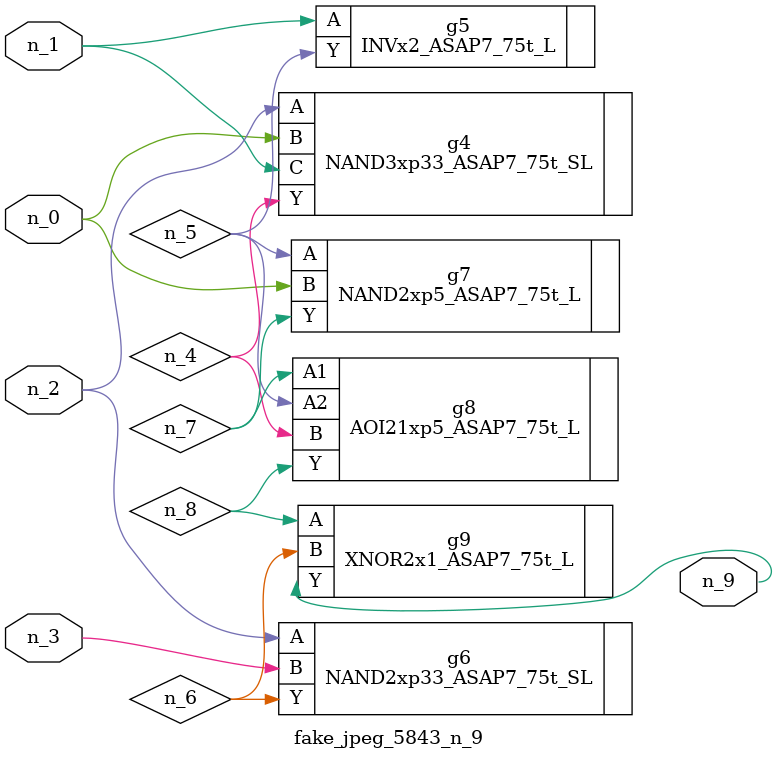
<source format=v>
module fake_jpeg_5843_n_9 (n_0, n_3, n_2, n_1, n_9);

input n_0;
input n_3;
input n_2;
input n_1;

output n_9;

wire n_4;
wire n_8;
wire n_6;
wire n_5;
wire n_7;

NAND3xp33_ASAP7_75t_SL g4 ( 
.A(n_2),
.B(n_0),
.C(n_1),
.Y(n_4)
);

INVx2_ASAP7_75t_L g5 ( 
.A(n_1),
.Y(n_5)
);

NAND2xp33_ASAP7_75t_SL g6 ( 
.A(n_2),
.B(n_3),
.Y(n_6)
);

NAND2xp5_ASAP7_75t_L g7 ( 
.A(n_5),
.B(n_0),
.Y(n_7)
);

AOI21xp5_ASAP7_75t_L g8 ( 
.A1(n_7),
.A2(n_5),
.B(n_4),
.Y(n_8)
);

XNOR2x1_ASAP7_75t_L g9 ( 
.A(n_8),
.B(n_6),
.Y(n_9)
);


endmodule
</source>
